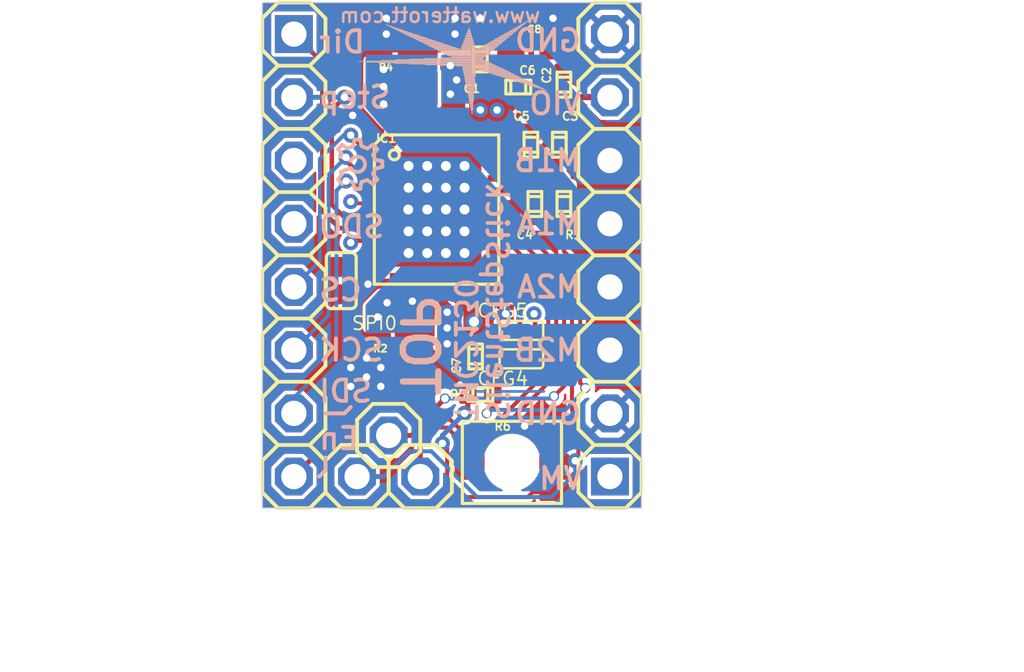
<source format=kicad_pcb>
(kicad_pcb (version 20221018) (generator pcbnew)
  (layers (0 "F.Cu" signal) (1 "In1.Cu" signal) (2 "In2.Cu" signal) (31 "B.Cu" signal) (34 "B.Paste" user) (35 "F.Paste" user) (36 "B.SilkS" user "B.Silkscreen") (37 "F.SilkS" user "F.Silkscreen") (38 "B.Mask" user) (39 "F.Mask" user) (44 "Edge.Cuts" user))
  (net 0 "")
  (net 1 "DIAG0")
  (net 2 "DIAG1")
  (net 3 "STEP")
  (net 4 "DIR")
  (net 5 "VM")
  (net 6 "GND")
  (net 7 "OA1")
  (net 8 "OA2")
  (net 9 "OB2")
  (net 10 "OB1")
  (net 11 "VIO")
  (net 12 "VCC")
  (net 13 "VCP")
  (net 14 "CPI")
  (net 15 "CPO")
  (net 16 "BRA")
  (net 17 "BRB")
  (net 18 "+5V")
  (net 19 "CFG5")
  (net 20 "CFG4")
  (net 21 "IREF")
  (net 22 "CFG-1")
  (net 23 "CFG-2")
  (net 24 "CFG-3")
  (net 25 "CFG-6")
  (net 26 "VREF1")
  (net 27 "CFG-0")
  (net 28 "N$1")
  (footprint "working:1X08-S" (layer "F.Cu") (at 154.8511 105.0036 90)
    (fp_text reference "JP2" hide)
    (fp_text value "")
    (pad "1" thru_hole rect (at -8.89 0 90) (size 1.524 1.524) (drill 1.016) (layers "*.Cu" "*.Mask") (net 5 "VM"))
    (pad "2" thru_hole roundrect (at -6.35 0 90) (size 1.524 1.524) (drill 1.016) (layers "*.Cu" "*.Mask") (chamfer_ratio 0.2928932188) (chamfer top_left top_right bottom_left bottom_right) (net 6 "GND"))
    (pad "3" thru_hole roundrect (at -3.81 0 90) (size 1.524 1.524) (drill 1.016) (layers "*.Cu" "*.Mask") (chamfer_ratio 0.2928932188) (chamfer top_left top_right bottom_left bottom_right) (net 9 "OB2"))
    (pad "4" thru_hole roundrect (at -1.27 0 90) (size 1.524 1.524) (drill 1.016) (layers "*.Cu" "*.Mask") (chamfer_ratio 0.2928932188) (chamfer top_left top_right bottom_left bottom_right) (net 10 "OB1"))
    (pad "5" thru_hole roundrect (at 1.27 0 90) (size 1.524 1.524) (drill 1.016) (layers "*.Cu" "*.Mask") (chamfer_ratio 0.2928932188) (chamfer top_left top_right bottom_left bottom_right) (net 7 "OA1"))
    (pad "6" thru_hole roundrect (at 3.81 0 90) (size 1.524 1.524) (drill 1.016) (layers "*.Cu" "*.Mask") (chamfer_ratio 0.2928932188) (chamfer top_left top_right bottom_left bottom_right) (net 8 "OA2"))
    (pad "7" thru_hole roundrect (at 6.35 0 90) (size 1.524 1.524) (drill 1.016) (layers "*.Cu" "*.Mask") (chamfer_ratio 0.2928932188) (chamfer top_left top_right bottom_left bottom_right) (net 11 "VIO"))
    (pad "8" thru_hole roundrect (at 8.89 0 90) (size 1.524 1.524) (drill 1.016) (layers "*.Cu" "*.Mask") (chamfer_ratio 0.2928932188) (chamfer top_left top_right bottom_left bottom_right) (net 6 "GND"))
  )
  (footprint "working:C0402" (layer "F.Cu") (at 149.6441 97.1296 180)
    (fp_text reference "C1" (at -0.03175 -1.17475) (layer "F.SilkS") (effects (font (size 0.333248 0.333248) (thickness 0.073152)) (justify right)))
    (fp_text value "100n/50V" hide)
    (pad "1" smd roundrect (at 0 -0.5 180) (size 0.75 0.7) (layers "F.Cu" "F.Paste" "F.Mask") (roundrect_rratio 0.1) (net 5 "VM"))
    (pad "2" smd roundrect (at 0 0.5 180) (size 0.75 0.7) (layers "F.Cu" "F.Paste" "F.Mask") (roundrect_rratio 0.1) (net 6 "GND"))
  )
  (footprint "working:C0603" (layer "F.Cu") (at 151.7231 96.6361)
    (fp_text reference "C8" (at -0.2375 -0.713) (layer "F.SilkS") (effects (font (size 0.28956 0.28956) (thickness 0.11684)) (justify left)))
    (fp_text value "1u/50V" hide)
    (pad "1" smd rect (at -0.85 0) (size 1.1 1) (layers "F.Cu" "F.Paste" "F.Mask") (net 5 "VM"))
    (pad "2" smd rect (at 0.85 0) (size 1.1 1) (layers "F.Cu" "F.Paste" "F.Mask") (net 6 "GND"))
  )
  (footprint "working:1X08-S" (layer "F.Cu") (at 142.1511 105.0036 -90)
    (fp_text reference "JP1" hide)
    (fp_text value "")
    (pad "1" thru_hole rect (at -8.89 0 270) (size 1.524 1.524) (drill 1.016) (layers "*.Cu" "*.Mask") (net 4 "DIR"))
    (pad "2" thru_hole roundrect (at -6.35 0 270) (size 1.524 1.524) (drill 1.016) (layers "*.Cu" "*.Mask") (chamfer_ratio 0.2928932188) (chamfer top_left top_right bottom_left bottom_right) (net 3 "STEP"))
    (pad "3" thru_hole roundrect (at -3.81 0 270) (size 1.524 1.524) (drill 1.016) (layers "*.Cu" "*.Mask") (chamfer_ratio 0.2928932188) (chamfer top_left top_right bottom_left bottom_right))
    (pad "4" thru_hole roundrect (at -1.27 0 270) (size 1.524 1.524) (drill 1.016) (layers "*.Cu" "*.Mask") (chamfer_ratio 0.2928932188) (chamfer top_left top_right bottom_left bottom_right) (net 27 "CFG-0"))
    (pad "5" thru_hole roundrect (at 1.27 0 270) (size 1.524 1.524) (drill 1.016) (layers "*.Cu" "*.Mask") (chamfer_ratio 0.2928932188) (chamfer top_left top_right bottom_left bottom_right) (net 24 "CFG-3"))
    (pad "6" thru_hole roundrect (at 3.81 0 270) (size 1.524 1.524) (drill 1.016) (layers "*.Cu" "*.Mask") (chamfer_ratio 0.2928932188) (chamfer top_left top_right bottom_left bottom_right) (net 23 "CFG-2"))
    (pad "7" thru_hole roundrect (at 6.35 0 270) (size 1.524 1.524) (drill 1.016) (layers "*.Cu" "*.Mask") (chamfer_ratio 0.2928932188) (chamfer top_left top_right bottom_left bottom_right) (net 22 "CFG-1"))
    (pad "8" thru_hole roundrect (at 8.89 0 270) (size 1.524 1.524) (drill 1.016) (layers "*.Cu" "*.Mask") (chamfer_ratio 0.2928932188) (chamfer top_left top_right bottom_left bottom_right) (net 25 "CFG-6"))
  )
  (footprint "working:C0402" (layer "F.Cu") (at 151.6761 100.5586 180)
    (fp_text reference "C5" (at 0 1.143) (layer "F.SilkS") (effects (font (size 0.333248 0.333248) (thickness 0.073152)) (justify right)))
    (fp_text value "22n/50V" hide)
    (pad "1" smd roundrect (at 0 -0.5 180) (size 0.75 0.7) (layers "F.Cu" "F.Paste" "F.Mask") (roundrect_rratio 0.1) (net 15 "CPO"))
    (pad "2" smd roundrect (at 0 0.5 180) (size 0.75 0.7) (layers "F.Cu" "F.Paste" "F.Mask") (roundrect_rratio 0.1) (net 14 "CPI"))
  )
  (footprint "working:C0402" (layer "F.Cu") (at 153.0011 102.93985)
    (fp_text reference "R1" (at 0.0085 1.23825) (layer "F.SilkS") (effects (font (size 0.333248 0.333248) (thickness 0.073152)) (justify left)))
    (fp_text value "2R2" hide)
    (pad "1" smd roundrect (at 0 -0.5) (size 0.75 0.7) (layers "F.Cu" "F.Paste" "F.Mask") (roundrect_rratio 0.1) (net 12 "VCC"))
    (pad "2" smd roundrect (at 0 0.5) (size 0.75 0.7) (layers "F.Cu" "F.Paste" "F.Mask") (roundrect_rratio 0.1) (net 18 "+5V"))
  )
  (footprint "working:1X01" (layer "F.Cu") (at 147.2311 113.8936)
    (fp_text reference "JP4" hide)
    (fp_text value "")
    (pad "1" thru_hole roundrect (at 0 0) (size 1.524 1.524) (drill 1.016) (layers "*.Cu" "*.Mask") (chamfer_ratio 0.2928932188) (chamfer top_left top_right bottom_left bottom_right) (net 2 "DIAG1"))
  )
  (footprint "working:JUMPER3-0201" (layer "F.Cu") (at 151.2951 109.16285 90)
    (fp_text reference "CFG4" (at -0.79375 0.3175) (layer "F.SilkS") (effects (font (size 0.536448 0.536448) (thickness 0.073152)) (justify right)))
    (fp_text value "JUMPER3-0201" hide)
    (pad "1" smd roundrect (at 0 -0.55 180) (size 0.35 0.4) (layers "F.Cu" "F.Paste" "F.Mask") (roundrect_rratio 0.125) (net 6 "GND"))
    (pad "2" smd roundrect (at 0 0 180) (size 0.35 0.4) (layers "F.Cu" "F.Paste" "F.Mask") (roundrect_rratio 0.125) (net 20 "CFG4"))
    (pad "3" smd roundrect (at 0 0.55 180) (size 0.35 0.4) (layers "F.Cu" "F.Paste" "F.Mask") (roundrect_rratio 0.125) (net 11 "VIO"))
  )
  (footprint "working:JUMPER3-0201" (layer "F.Cu") (at 151.2951 108.01985 90)
    (fp_text reference "CFG5" (at 0.79375 0.3175) (layer "F.SilkS") (effects (font (size 0.536448 0.536448) (thickness 0.073152)) (justify right)))
    (fp_text value "JUMPER3-0201" hide)
    (pad "1" smd roundrect (at 0 -0.55 180) (size 0.35 0.4) (layers "F.Cu" "F.Paste" "F.Mask") (roundrect_rratio 0.125) (net 6 "GND"))
    (pad "2" smd roundrect (at 0 0 180) (size 0.35 0.4) (layers "F.Cu" "F.Paste" "F.Mask") (roundrect_rratio 0.125) (net 19 "CFG5"))
    (pad "3" smd roundrect (at 0 0.55 180) (size 0.35 0.4) (layers "F.Cu" "F.Paste" "F.Mask") (roundrect_rratio 0.125) (net 11 "VIO"))
  )
  (footprint "working:C0402" (layer "F.Cu") (at 149.6441 110.5916 90)
    (fp_text reference "R5" (at 0 -1.27) (layer "F.SilkS") (effects (font (size 0.333248 0.333248) (thickness 0.073152)) (justify left)))
    (fp_text value "20k" hide)
    (pad "1" smd roundrect (at 0 -0.5 90) (size 0.75 0.7) (layers "F.Cu" "F.Paste" "F.Mask") (roundrect_rratio 0.1) (net 26 "VREF1"))
    (pad "2" smd roundrect (at 0 0.5 90) (size 0.75 0.7) (layers "F.Cu" "F.Paste" "F.Mask") (roundrect_rratio 0.1) (net 18 "+5V"))
  )
  (footprint "working:C0402" (layer "F.Cu") (at 149.4536 109.0676)
    (fp_text reference "C7" (at -0.762 0 90) (layer "F.SilkS") (effects (font (size 0.333248 0.333248) (thickness 0.073152)) (justify right)))
    (fp_text value "100n/50V" hide)
    (pad "1" smd roundrect (at 0 -0.5) (size 0.75 0.7) (layers "F.Cu" "F.Paste" "F.Mask") (roundrect_rratio 0.1) (net 5 "VM"))
    (pad "2" smd roundrect (at 0 0.5) (size 0.75 0.7) (layers "F.Cu" "F.Paste" "F.Mask") (roundrect_rratio 0.1) (net 6 "GND"))
  )
  (footprint "working:M0805" (layer "F.Cu") (at 147.0061 108.9136 90)
    (fp_text reference "R2" (at 0.1635 -1.045) (layer "F.SilkS") (effects (font (size 0.28956 0.28956) (thickness 0.11684)) (justify right)))
    (fp_text value "R0805/0R11" hide)
    (pad "1" smd rect (at -0.95 0 90) (size 1.3 1.6) (layers "F.Cu" "F.Paste" "F.Mask") (net 6 "GND"))
    (pad "2" smd rect (at 0.95 0 90) (size 1.3 1.6) (layers "F.Cu" "F.Paste" "F.Mask") (net 17 "BRB"))
  )
  (footprint "working:C0402" (layer "F.Cu") (at 151.83485 102.93985 180)
    (fp_text reference "C4" (at 0.03175 -1.23825) (layer "F.SilkS") (effects (font (size 0.333248 0.333248) (thickness 0.073152)) (justify right)))
    (fp_text value "4u7/10V" hide)
    (pad "1" smd roundrect (at 0 -0.5 180) (size 0.75 0.7) (layers "F.Cu" "F.Paste" "F.Mask") (roundrect_rratio 0.1) (net 6 "GND"))
    (pad "2" smd roundrect (at 0 0.5 180) (size 0.75 0.7) (layers "F.Cu" "F.Paste" "F.Mask") (roundrect_rratio 0.1) (net 18 "+5V"))
  )
  (footprint "working:QFN36-PAD" (layer "F.Cu") (at 147.8851 103.1636)
    (fp_text reference "IC1" (at -2.4765 -2.8575) (layer "F.SilkS") (effects (font (size 0.333248 0.333248) (thickness 0.073152)) (justify left)))
    (fp_text value "TMC2100-LA" hide)
    (fp_poly (pts (xy -1.8 2.3) (xy 1.8 2.3) (xy 1.8 -2.3) (xy -1.8 -2.3)) (fill solid) (layer "F.Cu"))
    (pad "1" smd roundrect (at -2.4 -2.25 180) (size 0.7 0.26) (layers "F.Cu" "F.Paste" "F.Mask") (roundrect_rratio 0.1) (net 6 "GND"))
    (pad "2" smd roundrect (at -2.4 -1.75 180) (size 0.7 0.26) (layers "F.Cu" "F.Paste" "F.Mask") (roundrect_rratio 0.1) (net 24 "CFG-3"))
    (pad "3" smd roundrect (at -2.4 -1.25 180) (size 0.7 0.26) (layers "F.Cu" "F.Paste" "F.Mask") (roundrect_rratio 0.1) (net 23 "CFG-2"))
    (pad "4" smd roundrect (at -2.4 -0.75 180) (size 0.7 0.26) (layers "F.Cu" "F.Paste" "F.Mask") (roundrect_rratio 0.1) (net 22 "CFG-1"))
    (pad "5" smd roundrect (at -2.4 -0.25 180) (size 0.7 0.26) (layers "F.Cu" "F.Paste" "F.Mask") (roundrect_rratio 0.1) (net 27 "CFG-0"))
    (pad "6" smd roundrect (at -2.4 0.25 180) (size 0.7 0.26) (layers "F.Cu" "F.Paste" "F.Mask") (roundrect_rratio 0.1) (net 3 "STEP"))
    (pad "7" smd roundrect (at -2.4 0.75 180) (size 0.7 0.26) (layers "F.Cu" "F.Paste" "F.Mask") (roundrect_rratio 0.1) (net 4 "DIR"))
    (pad "8" smd roundrect (at -2.4 1.25 180) (size 0.7 0.26) (layers "F.Cu" "F.Paste" "F.Mask") (roundrect_rratio 0.1) (net 11 "VIO"))
    (pad "9" smd roundrect (at -2.4 1.75 180) (size 0.7 0.26) (layers "F.Cu" "F.Paste" "F.Mask") (roundrect_rratio 0.1))
    (pad "10" smd roundrect (at -2.4 2.25 180) (size 0.7 0.26) (layers "F.Cu" "F.Paste" "F.Mask") (roundrect_rratio 0.1) (net 28 "N$1"))
    (pad "11" smd roundrect (at -1.75 2.9 270) (size 0.7 0.26) (layers "F.Cu" "F.Paste" "F.Mask") (roundrect_rratio 0.1) (net 6 "GND"))
    (pad "12" smd roundrect (at -1.25 2.65 270) (size 1.2 0.26) (layers "F.Cu" "F.Paste" "F.Mask") (roundrect_rratio 0.1) (net 6 "GND"))
    (pad "13" smd roundrect (at -0.75 2.9 270) (size 0.7 0.26) (layers "F.Cu" "F.Paste" "F.Mask") (roundrect_rratio 0.1) (net 10 "OB1"))
    (pad "14" smd roundrect (at -0.25 2.9 270) (size 0.7 0.26) (layers "F.Cu" "F.Paste" "F.Mask") (roundrect_rratio 0.1) (net 17 "BRB"))
    (pad "15" smd roundrect (at 0.25 2.9 270) (size 0.7 0.26) (layers "F.Cu" "F.Paste" "F.Mask") (roundrect_rratio 0.1) (net 9 "OB2"))
    (pad "16" smd roundrect (at 0.75 2.9 270) (size 0.7 0.26) (layers "F.Cu" "F.Paste" "F.Mask") (roundrect_rratio 0.1) (net 5 "VM"))
    (pad "17" smd roundrect (at 1.25 2.9 270) (size 0.7 0.26) (layers "F.Cu" "F.Paste" "F.Mask") (roundrect_rratio 0.1))
    (pad "18" smd roundrect (at 1.75 2.9 270) (size 0.7 0.26) (layers "F.Cu" "F.Paste" "F.Mask") (roundrect_rratio 0.1) (net 20 "CFG4"))
    (pad "19" smd roundrect (at 2.4 2.25) (size 0.7 0.26) (layers "F.Cu" "F.Paste" "F.Mask") (roundrect_rratio 0.1) (net 19 "CFG5"))
    (pad "20" smd roundrect (at 2.4 1.75) (size 0.7 0.26) (layers "F.Cu" "F.Paste" "F.Mask") (roundrect_rratio 0.1) (net 1 "DIAG0"))
    (pad "21" smd roundrect (at 2.4 1.25) (size 0.7 0.26) (layers "F.Cu" "F.Paste" "F.Mask") (roundrect_rratio 0.1) (net 2 "DIAG1"))
    (pad "22" smd roundrect (at 2.4 0.75) (size 0.7 0.26) (layers "F.Cu" "F.Paste" "F.Mask") (roundrect_rratio 0.1) (net 25 "CFG-6"))
    (pad "23" smd roundrect (at 2.4 0.25) (size 0.7 0.26) (layers "F.Cu" "F.Paste" "F.Mask") (roundrect_rratio 0.1) (net 21 "IREF"))
    (pad "24" smd roundrect (at 2.15 -0.25) (size 1.2 0.26) (layers "F.Cu" "F.Paste" "F.Mask") (roundrect_rratio 0.1) (net 6 "GND"))
    (pad "25" smd roundrect (at 2.4 -0.75) (size 0.7 0.26) (layers "F.Cu" "F.Paste" "F.Mask") (roundrect_rratio 0.1) (net 18 "+5V"))
    (pad "26" smd roundrect (at 2.4 -1.25) (size 0.7 0.26) (layers "F.Cu" "F.Paste" "F.Mask") (roundrect_rratio 0.1) (net 12 "VCC"))
    (pad "27" smd roundrect (at 2.4 -1.75) (size 0.7 0.26) (layers "F.Cu" "F.Paste" "F.Mask") (roundrect_rratio 0.1) (net 15 "CPO"))
    (pad "28" smd rect (at 2.4 -2.25) (size 0.7 0.26) (layers "F.Cu" "F.Paste" "F.Mask") (net 14 "CPI"))
    (pad "29" smd roundrect (at 1.75 -2.9 90) (size 0.7 0.26) (layers "F.Cu" "F.Paste" "F.Mask") (roundrect_rratio 0.1) (net 13 "VCP"))
    (pad "30" smd roundrect (at 1.25 -2.9 90) (size 0.7 0.26) (layers "F.Cu" "F.Paste" "F.Mask") (roundrect_rratio 0.1) (net 5 "VM"))
    (pad "31" smd roundrect (at 0.75 -2.9 90) (size 0.7 0.26) (layers "F.Cu" "F.Paste" "F.Mask") (roundrect_rratio 0.1) (net 5 "VM"))
    (pad "32" smd roundrect (at 0.25 -2.9 90) (size 0.7 0.26) (layers "F.Cu" "F.Paste" "F.Mask") (roundrect_rratio 0.1) (net 8 "OA2"))
    (pad "33" smd roundrect (at -0.25 -2.9 90) (size 0.7 0.26) (layers "F.Cu" "F.Paste" "F.Mask") (roundrect_rratio 0.1) (net 16 "BRA"))
    (pad "34" smd roundrect (at -0.75 -2.9 90) (size 0.7 0.26) (layers "F.Cu" "F.Paste" "F.Mask") (roundrect_rratio 0.1) (net 7 "OA1"))
    (pad "35" smd roundrect (at -1.25 -2.65 90) (size 1.2 0.26) (layers "F.Cu" "F.Paste" "F.Mask") (roundrect_rratio 0.1) (net 6 "GND"))
    (pad "36" smd roundrect (at -1.75 -2.9 90) (size 0.7 0.26) (layers "F.Cu" "F.Paste" "F.Mask") (roundrect_rratio 0.1) (net 6 "GND"))
    (pad "TP" smd roundrect (at 0 0) (size 0.6 0.6) (layers "F.Cu" "F.Paste" "F.Mask") (roundrect_rratio 0.1) (net 6 "GND"))
  )
  (footprint "working:M0805" (layer "F.Cu") (at 147.1311 97.3511 -90)
    (fp_text reference "R4" (at 0.096 1.6145) (layer "F.SilkS") (effects (font (size 0.28956 0.28956) (thickness 0.11684)) (justify left)))
    (fp_text value "R0805/0R11" hide)
    (pad "1" smd rect (at -0.95 0 270) (size 1.3 1.6) (layers "F.Cu" "F.Paste" "F.Mask") (net 6 "GND"))
    (pad "2" smd rect (at 0.95 0 270) (size 1.3 1.6) (layers "F.Cu" "F.Paste" "F.Mask") (net 16 "BRA"))
  )
  (footprint "working:PASSER_07MM" (layer "F.Cu") (at 141.6431 112.6236)
    (fp_text reference "X1" hide)
    (fp_text value "PASSER-07" hide)
    (pad "X" smd roundrect (at 0 0) (size 0.7 0.7) (layers "F.Cu") (roundrect_rratio 0.5))
    (zone (net 0) (net_name "") (layer "F.Cu") (connect_pads (clearance 0)) (min_thickness 0.25)
      (keepout (tracks not_allowed) (vias not_allowed) (pads not_allowed) (copperpour not_allowed) (footprints allowed))
      (fill (thermal_gap 0.5) (thermal_bridge_width 0.5))
      (polygon (pts (xy 142.3066 112.6236) (xy 142.28732 112.464814) (xy 142.2306 112.315256) (xy 142.139737 112.183618) (xy 142.020011 112.07755) (xy 141.87838 112.003217) (xy 141.723076 111.964938) (xy 141.563124 111.964938) (xy 141.40782 112.003217) (xy 141.266189 112.07755) (xy 141.146463 112.183618) (xy 141.0556 112.315256) (xy 140.99888 112.464814) (xy 140.9796 112.6236) (xy 140.99888 112.782386) (xy 141.0556 112.931944) (xy 141.146463 113.063582) (xy 141.266189 113.16965) (xy 141.40782 113.243983) (xy 141.563124 113.282262) (xy 141.723076 113.282262) (xy 141.87838 113.243983) (xy 142.020011 113.16965) (xy 142.139737 113.063582) (xy 142.2306 112.931944) (xy 142.28732 112.782386)))
      (polygon (pts (xy 142.1796 112.6236) (xy 142.159705 112.478854) (xy 142.101496 112.344843) (xy 142.00929 112.231507) (xy 141.889925 112.14725) (xy 141.752254 112.098321) (xy 141.606488 112.088351) (xy 141.463437 112.118077) (xy 141.333711 112.185296) (xy 141.226931 112.285021) (xy 141.151016 112.409858) (xy 141.111597 112.550547) (xy 141.111597 112.696653) (xy 141.151016 112.837342) (xy 141.226931 112.962179) (xy 141.333711 113.061904) (xy 141.463437 113.129123) (xy 141.606488 113.158849) (xy 141.752254 113.148879) (xy 141.889925 113.09995) (xy 142.00929 113.015693) (xy 142.101496 112.902357) (xy 142.159705 112.768346)))
    )
  )
  (footprint "working:1X01" (layer "F.Cu") (at 144.6911 113.8936)
    (fp_text reference "JP5" hide)
    (fp_text value "")
    (pad "1" thru_hole roundrect (at 0 0) (size 1.524 1.524) (drill 1.016) (layers "*.Cu" "*.Mask") (chamfer_ratio 0.2928932188) (chamfer top_left top_right bottom_left bottom_right) (net 21 "IREF"))
  )
  (footprint "working:C0402" (layer "F.Cu") (at 152.8191 100.5586)
    (fp_text reference "C3" (at 0.0635 -1.143) (layer "F.SilkS") (effects (font (size 0.333248 0.333248) (thickness 0.073152)) (justify left)))
    (fp_text value "470n/10V" hide)
    (pad "1" smd roundrect (at 0 -0.5) (size 0.75 0.7) (layers "F.Cu" "F.Paste" "F.Mask") (roundrect_rratio 0.1) (net 6 "GND"))
    (pad "2" smd roundrect (at 0 0.5) (size 0.75 0.7) (layers "F.Cu" "F.Paste" "F.Mask") (roundrect_rratio 0.1) (net 12 "VCC"))
  )
  (footprint "working:PASSER_07MM" (layer "F.Cu") (at 155.4811 97.3836)
    (fp_text reference "X2" hide)
    (fp_text value "PASSER-07" hide)
    (pad "X" smd roundrect (at 0 0) (size 0.7 0.7) (layers "F.Cu") (roundrect_rratio 0.5))
    (zone (net 0) (net_name "") (layer "F.Cu") (connect_pads (clearance 0)) (min_thickness 0.25)
      (keepout (tracks not_allowed) (vias not_allowed) (pads not_allowed) (copperpour not_allowed) (footprints allowed))
      (fill (thermal_gap 0.5) (thermal_bridge_width 0.5))
      (polygon (pts (xy 156.1446 97.3836) (xy 156.12532 97.224814) (xy 156.0686 97.075256) (xy 155.977737 96.943618) (xy 155.858011 96.83755) (xy 155.71638 96.763217) (xy 155.561076 96.724938) (xy 155.401124 96.724938) (xy 155.24582 96.763217) (xy 155.104189 96.83755) (xy 154.984463 96.943618) (xy 154.8936 97.075256) (xy 154.83688 97.224814) (xy 154.8176 97.3836) (xy 154.83688 97.542386) (xy 154.8936 97.691944) (xy 154.984463 97.823582) (xy 155.104189 97.92965) (xy 155.24582 98.003983) (xy 155.401124 98.042262) (xy 155.561076 98.042262) (xy 155.71638 98.003983) (xy 155.858011 97.92965) (xy 155.977737 97.823582) (xy 156.0686 97.691944) (xy 156.12532 97.542386)))
      (polygon (pts (xy 156.0176 97.3836) (xy 155.997705 97.238854) (xy 155.939496 97.104843) (xy 155.84729 96.991507) (xy 155.727925 96.90725) (xy 155.590254 96.858321) (xy 155.444488 96.848351) (xy 155.301437 96.878077) (xy 155.171711 96.945296) (xy 155.064931 97.045021) (xy 154.989016 97.169858) (xy 154.949597 97.310547) (xy 154.949597 97.456653) (xy 154.989016 97.597342) (xy 155.064931 97.722179) (xy 155.171711 97.821904) (xy 155.301437 97.889123) (xy 155.444488 97.918849) (xy 155.590254 97.908879) (xy 155.727925 97.85995) (xy 155.84729 97.775693) (xy 155.939496 97.662357) (xy 155.997705 97.528346)))
    )
  )
  (footprint "working:C0402" (layer "F.Cu") (at 151.1681 98.24085 90)
    (fp_text reference "C6" (at 0.66675 0) (layer "F.SilkS") (effects (font (size 0.333248 0.333248) (thickness 0.073152)) (justify left)))
    (fp_text value "100n/50V" hide)
    (pad "1" smd roundrect (at 0 -0.5 90) (size 0.75 0.7) (layers "F.Cu" "F.Paste" "F.Mask") (roundrect_rratio 0.1) (net 5 "VM"))
    (pad "2" smd roundrect (at 0 0.5 90) (size 0.75 0.7) (layers "F.Cu" "F.Paste" "F.Mask") (roundrect_rratio 0.1) (net 13 "VCP"))
  )
  (footprint "working:JUMPER2-0402_NC" (layer "F.Cu") (at 144.0561 106.0196 180)
    (fp_text reference "SPI0" (at -0.381 -1.7145) (layer "F.SilkS") (effects (font (size 0.536448 0.536448) (thickness 0.073152)) (justify left)))
    (fp_text value "JUMPER2-0402-NC" hide)
    (pad "1" smd roundrect (at 0 -0.55 90) (size 0.8 0.9) (layers "F.Cu" "F.Mask") (roundrect_rratio 0.1) (net 6 "GND"))
    (pad "2" smd roundrect (at 0 0.55 90) (size 0.8 0.9) (layers "F.Cu" "F.Mask") (roundrect_rratio 0.1) (net 28 "N$1"))
  )
  (footprint "working:1X01" (layer "F.Cu") (at 145.9611 112.2426)
    (fp_text reference "JP3" hide)
    (fp_text value "")
    (pad "1" thru_hole roundrect (at 0 0) (size 1.524 1.524) (drill 1.016) (layers "*.Cu" "*.Mask") (chamfer_ratio 0.2928932188) (chamfer top_left top_right bottom_left bottom_right) (net 1 "DIAG0"))
  )
  (footprint "working:POT_EVM3R" (layer "F.Cu") (at 150.9141 113.3221 90)
    (fp_text reference "R6" (at 1.4455 0) (layer "F.SilkS") (effects (font (size 0.333248 0.333248) (thickness 0.073152)) (justify right)))
    (fp_text value "20k" hide)
    (pad "" np_thru_hole circle (at 0 0 90) (size 1.8 1.8) (drill 1.8) (layers "*.Cu" "*.Mask"))
    (pad "1" smd roundrect (at -1.2 1.7 90) (size 0.7 1.2) (layers "F.Cu" "F.Paste" "F.Mask") (roundrect_rratio 0.1) (net 26 "VREF1"))
    (pad "2" smd roundrect (at 0 1.7 90) (size 0.7 1.2) (layers "F.Cu" "F.Paste" "F.Mask") (roundrect_rratio 0.1) (net 21 "IREF"))
    (pad "3" smd roundrect (at 1.2 1.7 90) (size 0.7 1.2) (layers "F.Cu" "F.Paste" "F.Mask") (roundrect_rratio 0.1) (net 6 "GND"))
    (pad "MOUNT" smd roundrect (at 0 -1.7 90) (size 1.4 1.2) (layers "F.Cu" "F.Paste" "F.Mask") (roundrect_rratio 0.1))
  )
  (footprint "working:C0402" (layer "F.Cu") (at 153.0011 98.1456)
    (fp_text reference "C2" (at -0.69 0 90) (layer "F.SilkS") (effects (font (size 0.333248 0.333248) (thickness 0.073152)) (justify left)))
    (fp_text value "100n/50V" hide)
    (pad "1" smd roundrect (at 0 -0.5) (size 0.75 0.7) (layers "F.Cu" "F.Paste" "F.Mask") (roundrect_rratio 0.1) (net 6 "GND"))
    (pad "2" smd roundrect (at 0 0.5) (size 0.75 0.7) (layers "F.Cu" "F.Paste" "F.Mask") (roundrect_rratio 0.1) (net 11 "VIO"))
  )
  (footprint "working:SPARK_TPLACE_M" (layer "B.Cu") (at 149.1431 97.1296 180)
    (fp_text reference "LOGO2" hide)
    (fp_text value "LOGO-S_PLACE_M" hide)
  )
  (footprint "working:OSHW_6X70" (layer "B.Cu") (at 143.9291 102.3366 90)
    (fp_text reference "LOGO1" hide)
    (fp_text value "OSHW_LOGOX0070" hide)
  )
  (gr_line (start 143.4211 111.3536) (end 144.1831 111.3536) (stroke (width 0.16)) (layer "B.SilkS"))
  (gr_line (start 143.4211 113.6396) (end 143.4211 113.1316) (stroke (width 0.16)) (layer "B.SilkS"))
  (gr_line (start 143.1671 113.8936) (end 143.4211 113.6396) (stroke (width 0.16)) (layer "B.SilkS"))
  (gr_line (start 144.1831 111.3536) (end 144.4371 111.0996) (stroke (width 0.16)) (layer "B.SilkS"))
  (gr_line (start 156.1211 94.8436) (end 140.8811 94.8436) (stroke (width 0.05)) (layer "Edge.Cuts"))
  (gr_line (start 140.8811 94.8436) (end 140.8811 115.1636) (stroke (width 0.05)) (layer "Edge.Cuts"))
  (gr_line (start 140.8811 115.1636) (end 156.1211 115.1636) (stroke (width 0.05)) (layer "Edge.Cuts"))
  (gr_line (start 156.1211 115.1636) (end 156.1211 94.8436) (stroke (width 0.05)) (layer "Edge.Cuts"))
  (gr_text "SCK" (at 143.0811 108.3056) (layer "B.SilkS") (effects (font (size 0.8636 0.8636) (thickness 0.1524)) (justify right top mirror)))
  (gr_text "TOP" (at 146.3421 110.7821 -90) (layer "B.SilkS") (effects (font (size 1.42494 1.42494) (thickness 0.25146)) (justify left bottom mirror)))
  (gr_text "Dir" (at 143.0811 95.9231) (layer "B.SilkS") (effects (font (size 0.8636 0.8636) (thickness 0.1524)) (justify right top mirror)))
  (gr_text "En" (at 143.0811 111.8616) (layer "B.SilkS") (effects (font (size 0.8636 0.8636) (thickness 0.1524)) (justify right top mirror)))
  (gr_text "SilentStepStick" (at 149.8161 111.7346 -90) (layer "B.SilkS") (effects (font (size 0.85 0.85)) (justify left bottom mirror)))
  (gr_text "GND" (at 153.7811 111.8616) (layer "B.SilkS") (effects (font (size 0.8636 0.8636) (thickness 0.1524)) (justify left bottom mirror)))
  (gr_text "CS" (at 143.0811 105.8926) (layer "B.SilkS") (effects (font (size 0.8636 0.8636) (thickness 0.1524)) (justify right top mirror)))
  (gr_text "VIO" (at 153.7811 99.4156) (layer "B.SilkS") (effects (font (size 0.8636 0.8636) (thickness 0.1524)) (justify left bottom mirror)))
  (gr_text "VM" (at 153.8431 114.4746) (layer "B.SilkS") (effects (font (size 0.8636 0.8636) (thickness 0.1524)) (justify left bottom mirror)))
  (gr_text "SDO" (at 143.0811 103.3526) (layer "B.SilkS") (effects (font (size 0.8636 0.8636) (thickness 0.1524)) (justify right top mirror)))
  (gr_text "Step" (at 143.0811 98.1456) (layer "B.SilkS") (effects (font (size 0.8636 0.8636) (thickness 0.1524)) (justify right top mirror)))
  (gr_text "M2A" (at 153.7811 106.7816) (layer "B.SilkS") (effects (font (size 0.8636 0.8636) (thickness 0.1524)) (justify left bottom mirror)))
  (gr_text "M2B" (at 153.7811 109.3216) (layer "B.SilkS") (effects (font (size 0.8636 0.8636) (thickness 0.1524)) (justify left bottom mirror)))
  (gr_text "SDI" (at 143.0811 109.9566) (layer "B.SilkS") (effects (font (size 0.8636 0.8636) (thickness 0.1524)) (justify right top mirror)))
  (gr_text "M1A" (at 153.7811 104.2416) (layer "B.SilkS") (effects (font (size 0.8636 0.8636) (thickness 0.1524)) (justify left bottom mirror)))
  (gr_text "M1B" (at 153.7811 101.7016) (layer "B.SilkS") (effects (font (size 0.8636 0.8636) (thickness 0.1524)) (justify left bottom mirror)))
  (gr_text "TMC2130" (at 148.5461 111.7346 -90) (layer "B.SilkS") (effects (font (size 0.85 0.85)) (justify left bottom mirror)))
  (gr_text "GND" (at 153.7811 96.8756) (layer "B.SilkS") (effects (font (size 0.8636 0.8636) (thickness 0.1524)) (justify left bottom mirror)))
  (gr_text "www.watterott.com" (at 143.9291 95.0176) (layer "B.SilkS") (effects (font (size 0.58293 0.58293) (thickness 0.10287)) (justify right top mirror)))
  (segment (start 148.4376 111.6076) (end 147.4851 111.6076) (width 0.16) (layer "F.Cu") (net 1))
  (segment (start 150.6336 104.9136) (end 150.2851 104.9136) (width 0.16) (layer "F.Cu") (net 1))
  (segment (start 150.0886 111.9251) (end 148.7551 111.9251) (width 0.16) (layer "F.Cu") (net 1))
  (segment (start 152.3746 109.6391) (end 150.0886 111.9251) (width 0.16) (layer "F.Cu") (net 1))
  (segment (start 152.3746 106.6546) (end 150.6336 104.9136) (width 0.16) (layer "F.Cu") (net 1))
  (segment (start 152.3746 106.6546) (end 152.3746 109.6391) (width 0.16) (layer "F.Cu") (net 1))
  (segment (start 146.8501 112.2426) (end 145.9611 112.2426) (width 0.2) (layer "F.Cu") (net 1))
  (segment (start 147.4851 111.6076) (end 146.8501 112.2426) (width 0.16) (layer "F.Cu") (net 1))
  (segment (start 148.7551 111.9251) (end 148.4376 111.6076) (width 0.16) (layer "F.Cu") (net 1))
  (segment (start 150.2537 112.2426) (end 152.6921 109.8042) (width 0.16) (layer "F.Cu") (net 2))
  (segment (start 148.3106 111.9251) (end 147.8661 111.9251) (width 0.16) (layer "F.Cu") (net 2))
  (segment (start 150.2537 112.2426) (end 148.6281 112.2426) (width 0.16) (layer "F.Cu") (net 2))
  (segment (start 148.6281 112.2426) (end 148.3106 111.9251) (width 0.16) (layer "F.Cu") (net 2))
  (segment (start 147.2311 112.5601) (end 147.2311 113.8936) (width 0.2) (layer "F.Cu") (net 2))
  (segment (start 147.8661 111.9251) (end 147.2311 112.5601) (width 0.16) (layer "F.Cu") (net 2))
  (segment (start 152.6921 106.4006) (end 150.7051 104.4136) (width 0.16) (layer "F.Cu") (net 2))
  (segment (start 150.7051 104.4136) (end 150.2851 104.4136) (width 0.16) (layer "F.Cu") (net 2))
  (segment (start 152.6921 106.4006) (end 152.6921 109.8042) (width 0.16) (layer "F.Cu") (net 2))
  (segment (start 143.6751 99.1616) (end 144.1831 98.6536) (width 0.18) (layer "F.Cu") (net 3))
  (segment (start 143.6751 102.9716) (end 143.6751 99.1616) (width 0.18) (layer "F.Cu") (net 3))
  (segment (start 145.4851 103.4136) (end 144.1171 103.4136) (width 0.18) (layer "F.Cu") (net 3))
  (segment (start 144.1171 103.4136) (end 143.6751 102.9716) (width 0.18) (layer "F.Cu") (net 3))
  (via (at 144.1831 98.6536) (size 0.6048) (drill 0.3) (layers "F.Cu" "B.Cu") (net 3))
  (segment (start 144.1831 98.6536) (end 142.1511 98.6536) (width 0.2) (layer "B.Cu") (net 3))
  (segment (start 143.9821 103.9136) (end 143.2941 103.2256) (width 0.18) (layer "F.Cu") (net 4))
  (segment (start 143.2941 103.2256) (end 143.2941 97.2566) (width 0.18) (layer "F.Cu") (net 4))
  (segment (start 145.4851 103.9136) (end 143.9821 103.9136) (width 0.18) (layer "F.Cu") (net 4))
  (segment (start 143.2941 97.2566) (end 142.1511 96.1136) (width 0.18) (layer "F.Cu") (net 4))
  (via (at 149.3901 107.6706) (size 0.7048) (drill 0.4) (layers "F.Cu" "B.Cu") (net 5))
  (via (at 149.6441 99.1616) (size 0.6048) (drill 0.3) (layers "F.Cu" "B.Cu") (net 5))
  (via (at 150.3186 99.1636) (size 0.6048) (drill 0.3) (layers "F.Cu" "B.Cu") (net 5))
  (segment (start 146.6351 100.2636) (end 146.1351 100.2636) (width 0.25) (layer "F.Cu") (net 6))
  (segment (start 146.1351 100.2636) (end 145.65885 100.2636) (width 0.25) (layer "F.Cu") (net 6))
  (segment (start 146.1351 106.0636) (end 146.6121 106.0636) (width 0.25) (layer "F.Cu") (net 6))
  (segment (start 150.0351 102.9136) (end 149.0101 102.9136) (width 0.25) (layer "F.Cu") (net 6))
  (segment (start 150.0351 102.9136) (end 151.01485 102.9136) (width 0.25) (layer "F.Cu") (net 6))
  (segment (start 147.8851 103.1636) (end 149.0101 103.1636) (width 0.2) (layer "F.Cu") (net 6))
  (segment (start 151.01485 102.9136) (end 151.51735 103.4161) (width 0.25) (layer "F.Cu") (net 6))
  (segment (start 146.6351 100.5136) (end 146.6351 100.2636) (width 0.2) (layer "F.Cu") (net 6))
  (segment (start 145.65885 106.0636) (end 146.1351 106.0636) (width 0.25) (layer "F.Cu") (net 6))
  (segment (start 151.51735 103.4161) (end 151.8111 103.4161) (width 0.25) (layer "F.Cu") (net 6))
  (segment (start 146.6351 106.0406) (end 146.6121 106.0636) (width 0.18) (layer "F.Cu") (net 6))
  (segment (start 151.8111 103.4161) (end 151.83485 103.43985) (width 0.25) (layer "F.Cu") (net 6))
  (segment (start 149.0101 102.9136) (end 149.0101 103.1636) (width 0.25) (layer "F.Cu") (net 6))
  (via (at 145.6436 109.5121) (size 0.6048) (drill 0.3) (layers "F.Cu" "B.Cu") (net 6))
  (via (at 148.6281 95.4786) (size 0.6048) (drill 0.3) (layers "F.Cu" "B.Cu") (net 6))
  (via (at 152.5651 95.4786) (size 0.6048) (drill 0.3) (layers "F.Cu" "B.Cu") (net 6))
  (via (at 146.7601 104.0386) (size 0.7048) (drill 0.4) (layers "F.Cu" "B.Cu") (net 6))
  (via (at 147.5101 102.2886) (size 0.7048) (drill 0.4) (layers "F.Cu" "B.Cu") (net 6))
  (via (at 149.0101 104.0386) (size 0.7048) (drill 0.4) (layers "F.Cu" "B.Cu") (net 6))
  (via (at 150.6601 107.3531) (size 0.6048) (drill 0.3) (layers "F.Cu" "B.Cu") (net 6))
  (via (at 151.4221 111.8616) (size 0.6048) (drill 0.3) (layers "F.Cu" "B.Cu") (net 6))
  (via (at 148.2601 104.0386) (size 0.7048) (drill 0.4) (layers "F.Cu" "B.Cu") (net 6))
  (via (at 149.0101 101.4136) (size 0.7048) (drill 0.4) (layers "F.Cu" "B.Cu") (net 6))
  (via (at 149.0101 102.2886) (size 0.7048) (drill 0.4) (layers "F.Cu" "B.Cu") (net 6))
  (via (at 147.5101 104.9136) (size 0.7048) (drill 0.4) (layers "F.Cu" "B.Cu") (net 6))
  (via (at 148.2601 101.4136) (size 0.7048) (drill 0.4) (layers "F.Cu" "B.Cu") (net 6))
  (via (at 145.86585 96.1136) (size 0.6048) (drill 0.3) (layers "F.Cu" "B.Cu") (net 6))
  (via (at 147.5101 103.1636) (size 0.7048) (drill 0.4) (layers "F.Cu" "B.Cu") (net 6))
  (via (at 144.4371 109.5121) (size 0.6048) (drill 0.3) (layers "F.Cu" "B.Cu") (net 6))
  (via (at 149.0101 103.1636) (size 0.7048) (drill 0.4) (layers "F.Cu" "B.Cu") (net 6))
  (via (at 146.7601 102.2886) (size 0.7048) (drill 0.4) (layers "F.Cu" "B.Cu") (net 6))
  (via (at 148.2601 102.2886) (size 0.7048) (drill 0.4) (layers "F.Cu" "B.Cu") (net 6))
  (via (at 146.7601 104.9136) (size 0.7048) (drill 0.4) (layers "F.Cu" "B.Cu") (net 6))
  (via (at 149.0101 104.9136) (size 0.7048) (drill 0.4) (layers "F.Cu" "B.Cu") (net 6))
  (via (at 145.0721 109.8931) (size 0.6048) (drill 0.3) (layers "F.Cu" "B.Cu") (net 6))
  (via (at 147.5101 104.0386) (size 0.7048) (drill 0.4) (layers "F.Cu" "B.Cu") (net 6))
  (via (at 148.6281 96.1136) (size 0.6048) (drill 0.3) (layers "F.Cu" "B.Cu") (net 6))
  (via (at 149.6441 95.4786) (size 0.6048) (drill 0.3) (layers "F.Cu" "B.Cu") (net 6))
  (via (at 146.7481 103.1636) (size 0.7048) (drill 0.4) (layers "F.Cu" "B.Cu") (net 6))
  (via (at 144.4371 110.2741) (size 0.6048) (drill 0.3) (layers "F.Cu" "B.Cu") (net 6))
  (via (at 145.6436 110.2741) (size 0.6048) (drill 0.3) (layers "F.Cu" "B.Cu") (net 6))
  (via (at 148.2601 103.1636) (size 0.7048) (drill 0.4) (layers "F.Cu" "B.Cu") (net 6))
  (via (at 145.0721 109.1311) (size 0.6048) (drill 0.3) (layers "F.Cu" "B.Cu") (net 6))
  (via (at 145.1311 106.1636) (size 0.6048) (drill 0.3) (layers "F.Cu" "B.Cu") (net 6))
  (via (at 145.86585 95.4786) (size 0.6048) (drill 0.3) (layers "F.Cu" "B.Cu") (net 6))
  (via (at 146.7601 101.4136) (size 0.4064) (drill 0.4) (layers "F.Cu" "B.Cu") (net 6))
  (via (at 148.2601 104.9136) (size 0.7048) (drill 0.4) (layers "F.Cu" "B.Cu") (net 6))
  (via (at 144.5141 99.3821) (size 0.6048) (drill 0.3) (layers "F.Cu" "B.Cu") (net 6))
  (via (at 147.5101 101.4136) (size 0.7048) (drill 0.4) (layers "F.Cu" "B.Cu") (net 6))
  (via (at 145.7581 98.9206) (size 0.6048) (drill 0.3) (layers "F.Cu" "B.Cu") (net 7))
  (via (at 145.7581 97.5366) (size 0.6048) (drill 0.3) (layers "F.Cu" "B.Cu") (net 7))
  (via (at 145.7581 98.2221) (size 0.6048) (drill 0.3) (layers "F.Cu" "B.Cu") (net 7))
  (via (at 148.4386 97.3836) (size 0.6048) (drill 0.3) (layers "F.Cu" "B.Cu") (net 8))
  (via (at 148.4386 98.5266) (size 0.6048) (drill 0.3) (layers "F.Cu" "B.Cu") (net 8))
  (via (at 148.6916 97.9551) (size 0.6048) (drill 0.3) (layers "F.Cu" "B.Cu") (net 8))
  (via (at 148.3106 108.5596) (size 0.6048) (drill 0.3) (layers "F.Cu" "B.Cu") (net 9))
  (via (at 148.3106 107.2896) (size 0.6048) (drill 0.3) (layers "F.Cu" "B.Cu") (net 9))
  (via (at 148.3106 107.9246) (size 0.6048) (drill 0.3) (layers "F.Cu" "B.Cu") (net 9))
  (via (at 145.8976 106.9086) (size 0.6048) (drill 0.3) (layers "F.Cu" "B.Cu") (net 10))
  (via (at 146.9136 106.8451) (size 0.6048) (drill 0.3) (layers "F.Cu" "B.Cu") (net 10))
  (via (at 145.5166 107.4801) (size 0.6048) (drill 0.3) (layers "F.Cu" "B.Cu") (net 10))
  (segment (start 151.8451 108.01985) (end 151.8451 107.3951) (width 0.18) (layer "F.Cu") (net 11))
  (segment (start 153.0011 98.6456) (end 154.8431 98.6456) (width 0.25) (layer "F.Cu") (net 11))
  (segment (start 144.5191 104.4136) (end 144.4371 104.4956) (width 0.18) (layer "F.Cu") (net 11))
  (segment (start 151.8451 107.3951) (end 151.8031 107.3531) (width 0.18) (layer "F.Cu") (net 11))
  (segment (start 151.8451 109.16285) (end 151.8451 108.01985) (width 0.18) (layer "F.Cu") (net 11))
  (segment (start 145.4851 104.4136) (end 144.5191 104.4136) (width 0.18) (layer "F.Cu") (net 11))
  (segment (start 154.8431 98.6456) (end 154.8511 98.6536) (width 0.25) (layer "F.Cu") (net 11))
  (via (at 144.4371 104.4956) (size 0.6048) (drill 0.3) (layers "F.Cu" "B.Cu") (net 11))
  (via (at 151.8031 107.3531) (size 0.6048) (drill 0.3) (layers "F.Cu" "B.Cu") (net 11))
  (segment (start 151.03985 101.9136) (end 151.22735 101.7261) (width 0.25) (layer "F.Cu") (net 12))
  (segment (start 150.2851 101.9136) (end 151.03985 101.9136) (width 0.25) (layer "F.Cu") (net 12))
  (segment (start 151.22735 101.7261) (end 152.8186 101.7261) (width 0.25) (layer "F.Cu") (net 12))
  (segment (start 153.0011 101.9086) (end 152.8186 101.7261) (width 0.25) (layer "F.Cu") (net 12))
  (segment (start 152.8191 101.0586) (end 152.8191 101.7256) (width 0.25) (layer "F.Cu") (net 12))
  (segment (start 152.8191 101.7256) (end 152.8186 101.7261) (width 0.25) (layer "F.Cu") (net 12))
  (segment (start 153.0011 102.43985) (end 153.0011 101.9086) (width 0.25) (layer "F.Cu") (net 12))
  (segment (start 150.2566 100.2636) (end 151.6681 98.8521) (width 0.2) (layer "F.Cu") (net 13))
  (segment (start 151.6681 98.24085) (end 151.6681 98.8521) (width 0.2) (layer "F.Cu") (net 13))
  (segment (start 150.2566 100.2636) (end 149.6351 100.2636) (width 0.2) (layer "F.Cu") (net 13))
  (segment (start 151.5071 100.1776) (end 151.5571 100.1776) (width 0.18) (layer "F.Cu") (net 14))
  (segment (start 150.59085 100.9136) (end 151.32685 100.1776) (width 0.25) (layer "F.Cu") (net 14))
  (segment (start 151.32685 100.1776) (end 151.5071 100.1776) (width 0.25) (layer "F.Cu") (net 14))
  (segment (start 150.59085 100.9136) (end 150.2851 100.9136) (width 0.25) (layer "F.Cu") (net 14))
  (segment (start 151.5571 100.1776) (end 151.6761 100.0586) (width 0.25) (layer "F.Cu") (net 14))
  (segment (start 151.5411 101.1936) (end 151.6761 101.0586) (width 0.25) (layer "F.Cu") (net 15))
  (segment (start 151.07285 101.1936) (end 151.5411 101.1936) (width 0.25) (layer "F.Cu") (net 15))
  (segment (start 150.85285 101.4136) (end 150.2851 101.4136) (width 0.25) (layer "F.Cu") (net 15))
  (segment (start 150.85285 101.4136) (end 151.07285 101.1936) (width 0.25) (layer "F.Cu") (net 15))
  (segment (start 147.3811 98.5511) (end 147.1311 98.3011) (width 0.254) (layer "F.Cu") (net 16))
  (segment (start 147.6121 99.7966) (end 147.6121 98.7821) (width 0.4064) (layer "F.Cu") (net 16))
  (segment (start 147.6351 99.8196) (end 147.6121 99.7966) (width 0.254) (layer "F.Cu") (net 16))
  (segment (start 147.6121 98.7821) (end 147.1311 98.3011) (width 0.4064) (layer "F.Cu") (net 16))
  (segment (start 147.6351 100.2636) (end 147.6351 99.8196) (width 0.254) (layer "F.Cu") (net 16))
  (segment (start 147.6121 106.5276) (end 147.6121 107.3576) (width 0.4064) (layer "F.Cu") (net 17))
  (segment (start 147.6121 107.3576) (end 147.0061 107.9636) (width 0.16) (layer "F.Cu") (net 17))
  (segment (start 147.6351 106.0636) (end 147.6351 106.5046) (width 0.254) (layer "F.Cu") (net 17))
  (segment (start 147.6351 106.5046) (end 147.6121 106.5276) (width 0.254) (layer "F.Cu") (net 17))
  (segment (start 153.6573 105.49255) (end 153.0011 104.83635) (width 0.16) (layer "F.Cu") (net 18))
  (segment (start 152.90635 103.43985) (end 151.9301 102.4636) (width 0.16) (layer "F.Cu") (net 18))
  (segment (start 150.1441 110.5916) (end 150.1441 111.1076) (width 0.2) (layer "F.Cu") (net 18))
  (segment (start 153.6573 110.1334) (end 153.8605 110.3366) (width 0.16) (layer "F.Cu") (net 18))
  (segment (start 151.8086 102.4136) (end 151.83485 102.43985) (width 0.25) (layer "F.Cu") (net 18))
  (segment (start 153.6573 110.1334) (end 153.6573 105.49255) (width 0.16) (layer "F.Cu") (net 18))
  (segment (start 151.8586 102.4636) (end 151.83485 102.43985) (width 0.16) (layer "F.Cu") (net 18))
  (segment (start 153.0011 103.43985) (end 152.90635 103.43985) (width 0.16) (layer "F.Cu") (net 18))
  (segment (start 150.2851 102.4136) (end 151.8086 102.4136) (width 0.25) (layer "F.Cu") (net 18))
  (segment (start 153.0011 103.43985) (end 153.0011 104.83635) (width 0.16) (layer "F.Cu") (net 18))
  (segment (start 150.1441 111.1076) (end 149.8981 111.3536) (width 0.2) (layer "F.Cu") (net 18))
  (segment (start 151.9301 102.4636) (end 151.8586 102.4636) (width 0.16) (layer "F.Cu") (net 18))
  (via (at 153.8605 110.3366) (size 0.4064) (drill 0.3) (layers "F.Cu" "B.Cu") (net 18))
  (via (at 149.8981 111.3536) (size 0.4064) (drill 0.3) (layers "F.Cu" "B.Cu") (net 18))
  (segment (start 153.0604 111.2139) (end 150.0518 111.2139) (width 0.16) (layer "B.Cu") (net 18))
  (segment (start 153.8605 110.4138) (end 153.0604 111.2139) (width 0.16) (layer "B.Cu") (net 18))
  (segment (start 153.8605 110.3366) (end 153.8605 110.4138) (width 0.16) (layer "B.Cu") (net 18))
  (segment (start 150.0518 111.2139) (end 149.9756 111.2901) (width 0.16) (layer "B.Cu") (net 18))
  (segment (start 149.9756 111.2901) (end 149.9616 111.2901) (width 0.16) (layer "B.Cu") (net 18))
  (segment (start 149.9616 111.2901) (end 149.8981 111.3536) (width 0.16) (layer "B.Cu") (net 18))
  (segment (start 151.2316 107.95635) (end 151.2951 108.01985) (width 0.18) (layer "F.Cu") (net 19))
  (segment (start 150.4351 105.4136) (end 150.4351 105.44535) (width 0.18) (layer "F.Cu") (net 19))
  (segment (start 150.2851 105.4136) (end 150.4351 105.4136) (width 0.18) (layer "F.Cu") (net 19))
  (segment (start 150.4351 105.44535) (end 151.2316 106.24185) (width 0.18) (layer "F.Cu") (net 19))
  (segment (start 151.2316 106.24185) (end 151.2316 107.95635) (width 0.18) (layer "F.Cu") (net 19))
  (segment (start 151.2951 109.5121) (end 151.2951 109.16285) (width 0.18) (layer "F.Cu") (net 20))
  (segment (start 150.2791 109.5121) (end 150.4696 109.7026) (width 0.18) (layer "F.Cu") (net 20))
  (segment (start 151.1046 109.7026) (end 151.2951 109.5121) (width 0.18) (layer "F.Cu") (net 20))
  (segment (start 149.6351 106.0636) (end 149.6351 106.7726) (width 0.18) (layer "F.Cu") (net 20))
  (segment (start 150.4696 109.7026) (end 151.1046 109.7026) (width 0.18) (layer "F.Cu") (net 20))
  (segment (start 150.0886 107.2261) (end 150.0886 107.9246) (width 0.18) (layer "F.Cu") (net 20))
  (segment (start 150.0886 107.9246) (end 150.2791 108.1151) (width 0.18) (layer "F.Cu") (net 20))
  (segment (start 149.6351 106.7726) (end 150.0886 107.2261) (width 0.18) (layer "F.Cu") (net 20))
  (segment (start 150.2791 108.1151) (end 150.2791 109.5121) (width 0.18) (layer "F.Cu") (net 20))
  (segment (start 152.6776 113.2586) (end 152.6141 113.3221) (width 0.16) (layer "F.Cu") (net 21))
  (segment (start 153.3271 105.9561) (end 150.7846 103.4136) (width 0.16) (layer "F.Cu") (net 21))
  (segment (start 150.2851 103.4136) (end 150.2876 103.4161) (width 0.16) (layer "F.Cu") (net 21))
  (segment (start 153.3271 105.9561) (end 153.3271 111.2266) (width 0.16) (layer "F.Cu") (net 21))
  (segment (start 152.5506 113.2586) (end 152.6141 113.3221) (width 0.16) (layer "F.Cu") (net 21))
  (segment (start 153.3271 111.2266) (end 153.5811 111.4806) (width 0.16) (layer "F.Cu") (net 21))
  (segment (start 150.7846 103.4136) (end 150.2851 103.4136) (width 0.16) (layer "F.Cu") (net 21))
  (segment (start 152.6522 113.284) (end 152.6141 113.3221) (width 0.16) (layer "F.Cu") (net 21))
  (segment (start 150.0336 103.4161) (end 150.2876 103.4161) (width 0.16) (layer "F.Cu") (net 21))
  (segment (start 150.2876 103.4161) (end 150.3426 103.4161) (width 0.16) (layer "F.Cu") (net 21))
  (segment (start 153.5811 111.4806) (end 153.5811 113.1316) (width 0.16) (layer "F.Cu") (net 21))
  (segment (start 153.5811 113.1316) (end 153.4541 113.2586) (width 0.18) (layer "F.Cu") (net 21))
  (segment (start 152.6776 113.2586) (end 153.4541 113.2586) (width 0.18) (layer "F.Cu") (net 21))
  (via (at 153.4541 113.2586) (size 0.6048) (drill 0.3) (layers "F.Cu" "B.Cu") (net 21))
  (segment (start 146.7866 112.8776) (end 147.6756 112.8776) (width 0.16) (layer "B.Cu") (net 21))
  (segment (start 145.7706 113.8936) (end 146.7866 112.8776) (width 0.16) (layer "B.Cu") (net 21))
  (segment (start 153.4541 113.2586) (end 153.4541 113.7666) (width 0.16) (layer "B.Cu") (net 21))
  (segment (start 147.6756 112.8776) (end 149.5171 114.7191) (width 0.16) (layer "B.Cu") (net 21))
  (segment (start 152.5016 114.7191) (end 153.4541 113.7666) (width 0.16) (layer "B.Cu") (net 21))
  (segment (start 144.6911 113.8936) (end 145.7706 113.8936) (width 0.2) (layer "B.Cu") (net 21))
  (segment (start 149.5171 114.7191) (end 152.5016 114.7191) (width 0.16) (layer "B.Cu") (net 21))
  (segment (start 144.8316 102.4136) (end 144.4371 102.0191) (width 0.18) (layer "F.Cu") (net 22))
  (segment (start 145.4851 102.4136) (end 144.8316 102.4136) (width 0.18) (layer "F.Cu") (net 22))
  (segment (start 144.4371 102.0191) (end 144.2466 102.0191) (width 0.18) (layer "F.Cu") (net 22))
  (via (at 144.2466 102.0191) (size 0.6048) (drill 0.3) (layers "F.Cu" "B.Cu") (net 22))
  (segment (start 144.2466 102.0191) (end 143.8656 102.4001) (width 0.16) (layer "B.Cu") (net 22))
  (segment (start 142.1511 110.7186) (end 142.1511 111.3536) (width 0.15) (layer "B.Cu") (net 22))
  (segment (start 143.8656 109.0041) (end 142.1511 110.7186) (width 0.15) (layer "B.Cu") (net 22))
  (segment (start 143.8656 102.4001) (end 143.8656 106.4641) (width 0.16) (layer "B.Cu") (net 22))
  (segment (start 143.8656 106.4641) (end 143.8656 109.0041) (width 0.15) (layer "B.Cu") (net 22))
  (segment (start 145.4851 101.9136) (end 144.9666 101.9136) (width 0.18) (layer "F.Cu") (net 23))
  (segment (start 144.9666 101.9136) (end 144.2466 101.1936) (width 0.18) (layer "F.Cu") (net 23))
  (segment (start 144.2466 101.1936) (end 144.2466 101.0666) (width 0.18) (layer "F.Cu") (net 23))
  (via (at 144.2466 101.0666) (size 0.6048) (drill 0.3) (layers "F.Cu" "B.Cu") (net 23))
  (segment (start 143.5471 107.4176) (end 142.1511 108.8136) (width 0.15) (layer "B.Cu") (net 23))
  (segment (start 143.5471 106.6536) (end 143.5471 107.4176) (width 0.15) (layer "B.Cu") (net 23))
  (segment (start 143.5471 101.7661) (end 143.5471 106.6536) (width 0.16) (layer "B.Cu") (net 23))
  (segment (start 144.2466 101.0666) (end 143.5471 101.7661) (width 0.16) (layer "B.Cu") (net 23))
  (segment (start 144.8181 100.5586) (end 144.4371 100.1776) (width 0.18) (layer "F.Cu") (net 24))
  (segment (start 145.4851 101.4136) (end 145.0381 101.4136) (width 0.18) (layer "F.Cu") (net 24))
  (segment (start 145.0381 101.4136) (end 144.8181 101.1936) (width 0.18) (layer "F.Cu") (net 24))
  (segment (start 144.8181 101.1936) (end 144.8181 100.5586) (width 0.18) (layer "F.Cu") (net 24))
  (via (at 144.4371 100.1776) (size 0.6048) (drill 0.3) (layers "F.Cu" "B.Cu") (net 24))
  (segment (start 143.1936 101.13535) (end 143.1936 105.2311) (width 0.15) (layer "B.Cu") (net 24))
  (segment (start 144.15135 100.1776) (end 144.4371 100.1776) (width 0.16) (layer "B.Cu") (net 24))
  (segment (start 143.1936 101.13535) (end 144.15135 100.1776) (width 0.16) (layer "B.Cu") (net 24))
  (segment (start 143.1936 105.2311) (end 142.1511 106.2736) (width 0.15) (layer "B.Cu") (net 24))
  (segment (start 150.74485 103.9136) (end 153.0096 106.17835) (width 0.16) (layer "F.Cu") (net 25))
  (segment (start 153.0096 110.2614) (end 152.6052 110.6658) (width 0.16) (layer "F.Cu") (net 25))
  (segment (start 150.74485 103.9136) (end 150.2851 103.9136) (width 0.16) (layer "F.Cu") (net 25))
  (segment (start 153.0096 106.17835) (end 153.0096 110.2614) (width 0.16) (layer "F.Cu") (net 25))
  (segment (start 147.8788 111.0996) (end 144.9451 111.0996) (width 0.2) (layer "F.Cu") (net 25))
  (segment (start 144.9451 111.0996) (end 142.1511 113.8936) (width 0.2) (layer "F.Cu") (net 25))
  (segment (start 147.8788 111.0996) (end 148.2217 110.7567) (width 0.2) (layer "F.Cu") (net 25))
  (via (at 148.2217 110.7567) (size 0.4064) (drill 0.3) (layers "F.Cu" "B.Cu") (net 25))
  (via (at 152.6052 110.6658) (size 0.4064) (drill 0.3) (layers "F.Cu" "B.Cu") (net 25))
  (segment (start 152.5143 110.7567) (end 152.6052 110.6658) (width 0.16) (layer "B.Cu") (net 25))
  (segment (start 148.2217 110.7567) (end 152.5143 110.7567) (width 0.16) (layer "B.Cu") (net 25))
  (segment (start 148.6916 114.7191) (end 148.3106 114.3381) (width 0.16) (layer "F.Cu") (net 26))
  (segment (start 148.3106 114.3381) (end 148.3106 112.7506) (width 0.16) (layer "F.Cu") (net 26))
  (segment (start 151.5491 114.7191) (end 148.6916 114.7191) (width 0.16) (layer "F.Cu") (net 26))
  (segment (start 152.6141 114.5221) (end 151.7461 114.5221) (width 0.16) (layer "F.Cu") (net 26))
  (segment (start 149.1441 110.5916) (end 149.1441 111.2186) (width 0.2) (layer "F.Cu") (net 26))
  (segment (start 149.1441 111.2186) (end 149.0091 111.3536) (width 0.2) (layer "F.Cu") (net 26))
  (segment (start 151.7461 114.5221) (end 151.5491 114.7191) (width 0.16) (layer "F.Cu") (net 26))
  (segment (start 148.3106 112.7506) (end 148.1201 112.5601) (width 0.16) (layer "F.Cu") (net 26))
  (via (at 148.1201 112.5601) (size 0.6048) (drill 0.3) (layers "F.Cu" "B.Cu") (net 26))
  (via (at 149.0091 111.3536) (size 0.6048) (drill 0.3) (layers "F.Cu" "B.Cu") (net 26))
  (segment (start 148.1201 112.2426) (end 149.0091 111.3536) (width 0.2) (layer "B.Cu") (net 26))
  (segment (start 148.1201 112.5601) (end 148.1201 112.2426) (width 0.2) (layer "B.Cu") (net 26))
  (segment (start 145.4851 102.9136) (end 144.5061 102.9136) (width 0.15) (layer "F.Cu") (net 27))
  (segment (start 144.5061 102.9136) (end 144.4371 102.8446) (width 0.15) (layer "F.Cu") (net 27))
  (via (at 144.4371 102.8446) (size 0.6048) (drill 0.3) (layers "F.Cu" "B.Cu") (net 27))
  (segment (start 145.4851 105.4136) (end 144.0561 105.4136) (width 0.2) (layer "F.Cu") (net 28))
  (segment (start 144.0561 105.4136) (end 144.0561 105.4696) (width 0.2) (layer "F.Cu") (net 28))
  (zone (net 8) (net_name "OA2") (layer "F.Cu") (priority 3) (connect_pads yes (clearance 0.000001)) (min_thickness 0.1) (fill yes (thermal_gap 0.5) (thermal_bridge_width 0.5))
    (polygon (pts (xy 149.1061 99.375008) (xy 148.2836 100.157008) (xy 148.2836 100.499129) (xy 147.9756 100.623185) (xy 147.9756 98.933061) (xy 148.0331 98.935061) (xy 148.0331 96.9386) (xy 149.1061 96.9386)))
  )
  (zone (net 7) (net_name "OA1") (layer "F.Cu") (priority 4) (connect_pads yes (clearance 0.000001)) (min_thickness 0.1) (fill yes (thermal_gap 0.5) (thermal_bridge_width 0.5))
    (polygon (pts (xy 146.2291 98.9386) (xy 147.2946 98.9386) (xy 147.2946 100.5751) (xy 146.9736 100.5751) (xy 146.9736 99.79335) (xy 145.804232 99.79335) (xy 145.0946 99.015875) (xy 145.0946 97.1261) (xy 146.2291 97.1261)))
  )
  (zone (net 5) (net_name "VM") (layer "F.Cu") (priority 6) (connect_pads yes (clearance 0.000001)) (min_thickness 0.1) (fill yes (thermal_gap 0.5) (thermal_bridge_width 0.5))
    (polygon (pts (xy 148.7926 106.310726) (xy 150.0436 107.563725) (xy 150.0436 108.8261) (xy 148.9646 108.8261) (xy 148.9646 107.263522) (xy 148.4716 106.770521) (xy 148.4716 105.7521) (xy 148.7926 105.7521)))
  )
  (zone (net 6) (net_name "GND") (layer "F.Cu") (priority 6) (connect_pads yes (clearance 0.000001)) (min_thickness 0.1) (fill yes (thermal_gap 0.5) (thermal_bridge_width 0.5))
    (polygon (pts (xy 148.249522 109.2461) (xy 149.184306 109.2461) (xy 149.171899 111.0091) (xy 145.7976 111.0091) (xy 145.7976 108.9041) (xy 147.907521 108.9041)))
  )
  (zone (net 6) (net_name "GND") (layer "F.Cu") (connect_pads (clearance 0.000001)) (min_thickness 0.085) (fill yes (thermal_gap 0.22) (thermal_bridge_width 0.22))
    (polygon (pts (xy 156.2061 115.2486) (xy 140.7961 115.2486) (xy 140.7961 94.7586) (xy 156.2061 94.7586)))
  )
  (zone (net 10) (net_name "OB1") (layer "F.Cu") (priority 4) (connect_pads yes (clearance 0.000001)) (min_thickness 0.1) (fill yes (thermal_gap 0.5) (thermal_bridge_width 0.5))
    (polygon (pts (xy 147.3311 107.9611) (xy 145.06735 107.9611) (xy 145.06735 107.025929) (xy 145.602179 106.4911) (xy 146.872178 106.4911) (xy 146.97235 106.390928) (xy 146.97235 105.69735) (xy 147.3311 105.69735)))
  )
  (zone (net 6) (net_name "GND") (layer "F.Cu") (priority 6) (connect_pads yes (clearance 0.000001)) (min_thickness 0.1) (fill yes (thermal_gap 0.5) (thermal_bridge_width 0.5))
    (polygon (pts (xy 148.44235 96.472521) (xy 148.066271 96.8486) (xy 145.8611 96.8486) (xy 145.8611 95.0611) (xy 148.44235 95.0611)))
  )
  (zone (net 5) (net_name "VM") (layer "F.Cu") (priority 6) (connect_pads yes (clearance 0.000001)) (min_thickness 0.1) (fill yes (thermal_gap 0.5) (thermal_bridge_width 0.5))
    (polygon (pts (xy 151.4586 97.183429) (xy 151.4586 97.583771) (xy 151.1411 97.901272) (xy 151.1411 99.171271) (xy 150.606271 99.7061) (xy 149.495022 99.7061) (xy 149.2766 99.924522) (xy 149.2766 100.5751) (xy 148.4716 100.5751) (xy 148.4716 99.931443) (xy 148.571639 99.838706) (xy 149.19485 99.245717) (xy 149.19485 97.2836) (xy 150.047178 97.2836) (xy 150.364679 96.9661) (xy 151.241271 96.9661)))
  )
  (zone (net 9) (net_name "OB2") (layer "F.Cu") (priority 3) (connect_pads yes (clearance 0.000001)) (min_thickness 0.1) (fill yes (thermal_gap 0.5) (thermal_bridge_width 0.5))
    (polygon (pts (xy 148.2786 106.481179) (xy 148.982225 107.184804) (xy 148.976798 108.97985) (xy 147.787209 108.97985) (xy 147.830373 106.675906) (xy 147.9796 106.526679) (xy 147.9796 105.7521) (xy 148.2786 105.7521)))
  )
  (zone (net 7) (net_name "OA1") (layer "B.Cu") (priority 3) (connect_pads yes (clearance 0.000001)) (min_thickness 0.1) (fill yes (thermal_gap 0.5) (thermal_bridge_width 0.5))
    (polygon (pts (xy 147.9186 99.0636) (xy 150.80248 99.0636) (xy 153.55248 102.3136) (xy 156.2311 102.3136) (xy 156.2311 105.1386) (xy 153.086952 105.1386) (xy 149.209952 100.8866) (xy 146.583101 100.8866) (xy 145.0311 99.075587) (xy 145.0311 96.9386) (xy 147.9186 96.9386)))
  )
  (zone (net 10) (net_name "OB1") (layer "B.Cu") (priority 4) (connect_pads yes (clearance 0.000001)) (min_thickness 0.1) (fill yes (thermal_gap 0.5) (thermal_bridge_width 0.5))
    (polygon (pts (xy 156.165094 107.6406) (xy 149.1924 107.6406) (xy 149.134901 107.1386) (xy 147.9811 107.1386) (xy 147.9811 108.1226) (xy 145.0311 108.1226) (xy 145.0311 106.999705) (xy 146.460106 105.4406) (xy 149.337678 105.4406) (xy 149.839679 104.9386) (xy 156.23367 104.9386)))
  )
  (zone (net 8) (net_name "OA2") (layer "B.Cu") (priority 2) (connect_pads yes (clearance 0.000001)) (min_thickness 0.1) (fill yes (thermal_gap 0.5) (thermal_bridge_width 0.5))
    (polygon (pts (xy 154.61569 99.8136) (xy 156.2311 99.8136) (xy 156.2311 102.2636) (xy 153.460893 102.2636) (xy 150.710894 99.1386) (xy 147.9061 99.1386) (xy 147.9061 96.9346) (xy 152.236691 96.9346)))
  )
  (zone (net 9) (net_name "OB2") (layer "B.Cu") (priority 6) (connect_pads yes (clearance 0.000001)) (min_thickness 0.1) (fill yes (thermal_gap 0.5) (thermal_bridge_width 0.5))
    (polygon (pts (xy 148.966331 107.7561) (xy 156.2311 107.7561) (xy 156.2311 110.265629) (xy 149.096932 110.26359) (xy 147.9061 109.272991) (xy 147.9061 107.031968) (xy 148.947829 107.030734)))
  )
  (zone (net 6) (net_name "GND") (layer "B.Cu") (connect_pads (clearance 0.000001)) (min_thickness 0.085) (fill yes (thermal_gap 0.22) (thermal_bridge_width 0.22))
    (polygon (pts (xy 156.2061 115.2486) (xy 140.7961 115.2486) (xy 140.7961 94.7586) (xy 156.2061 94.7586)))
  )
)
</source>
